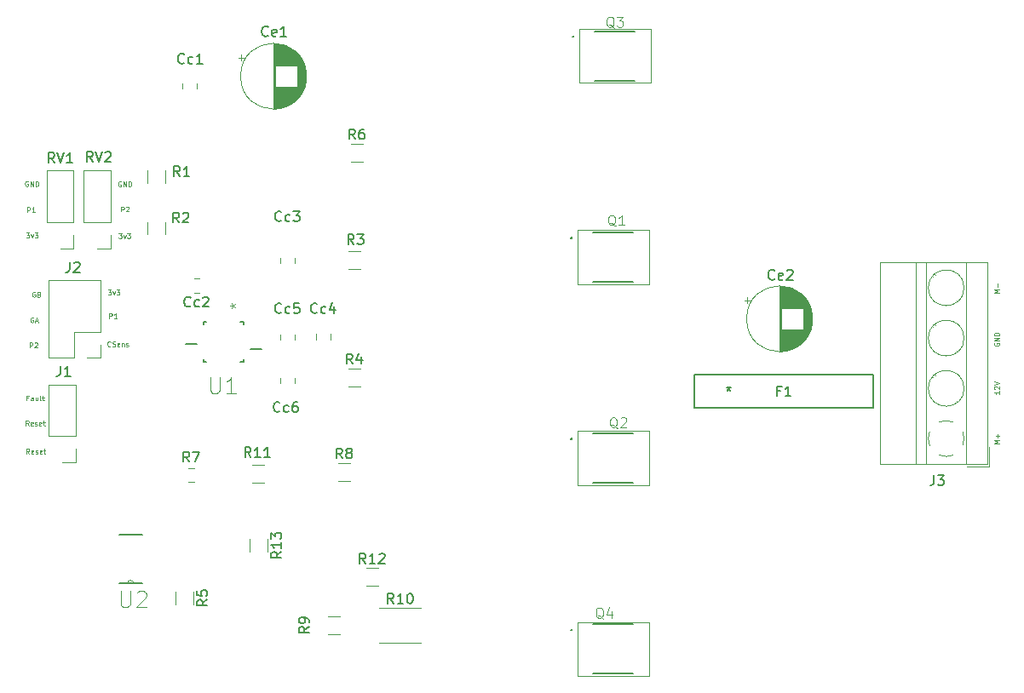
<source format=gbr>
G04 #@! TF.GenerationSoftware,KiCad,Pcbnew,(5.0.1)-4*
G04 #@! TF.CreationDate,2019-02-26T19:28:48-05:00*
G04 #@! TF.ProjectId,Capstone,43617073746F6E652E6B696361645F70,v01*
G04 #@! TF.SameCoordinates,Original*
G04 #@! TF.FileFunction,Legend,Top*
G04 #@! TF.FilePolarity,Positive*
%FSLAX46Y46*%
G04 Gerber Fmt 4.6, Leading zero omitted, Abs format (unit mm)*
G04 Created by KiCad (PCBNEW (5.0.1)-4) date 26/02/2019 7:28:48 PM*
%MOMM*%
%LPD*%
G01*
G04 APERTURE LIST*
%ADD10C,0.125000*%
%ADD11C,0.120000*%
%ADD12C,0.152400*%
%ADD13C,0.100000*%
%ADD14C,0.050000*%
%ADD15C,0.254000*%
%ADD16C,0.150000*%
G04 APERTURE END LIST*
D10*
X206760000Y-91566952D02*
X206736190Y-91614571D01*
X206736190Y-91686000D01*
X206760000Y-91757428D01*
X206807619Y-91805047D01*
X206855238Y-91828857D01*
X206950476Y-91852666D01*
X207021904Y-91852666D01*
X207117142Y-91828857D01*
X207164761Y-91805047D01*
X207212380Y-91757428D01*
X207236190Y-91686000D01*
X207236190Y-91638380D01*
X207212380Y-91566952D01*
X207188571Y-91543142D01*
X207021904Y-91543142D01*
X207021904Y-91638380D01*
X207236190Y-91328857D02*
X206736190Y-91328857D01*
X207236190Y-91043142D01*
X206736190Y-91043142D01*
X207236190Y-90805047D02*
X206736190Y-90805047D01*
X206736190Y-90686000D01*
X206760000Y-90614571D01*
X206807619Y-90566952D01*
X206855238Y-90543142D01*
X206950476Y-90519333D01*
X207021904Y-90519333D01*
X207117142Y-90543142D01*
X207164761Y-90566952D01*
X207212380Y-90614571D01*
X207236190Y-90686000D01*
X207236190Y-90805047D01*
X207236190Y-101568190D02*
X206736190Y-101568190D01*
X207093333Y-101401523D01*
X206736190Y-101234857D01*
X207236190Y-101234857D01*
X207045714Y-100996761D02*
X207045714Y-100615809D01*
X207236190Y-100806285D02*
X206855238Y-100806285D01*
X207236190Y-96321523D02*
X207236190Y-96607238D01*
X207236190Y-96464380D02*
X206736190Y-96464380D01*
X206807619Y-96512000D01*
X206855238Y-96559619D01*
X206879047Y-96607238D01*
X206783809Y-96131047D02*
X206760000Y-96107238D01*
X206736190Y-96059619D01*
X206736190Y-95940571D01*
X206760000Y-95892952D01*
X206783809Y-95869142D01*
X206831428Y-95845333D01*
X206879047Y-95845333D01*
X206950476Y-95869142D01*
X207236190Y-96154857D01*
X207236190Y-95845333D01*
X206736190Y-95702476D02*
X207236190Y-95535809D01*
X206736190Y-95369142D01*
X207236190Y-86582190D02*
X206736190Y-86582190D01*
X207093333Y-86415523D01*
X206736190Y-86248857D01*
X207236190Y-86248857D01*
X207045714Y-86010761D02*
X207045714Y-85629809D01*
X110836152Y-102562790D02*
X110669485Y-102324695D01*
X110550438Y-102562790D02*
X110550438Y-102062790D01*
X110740914Y-102062790D01*
X110788533Y-102086600D01*
X110812342Y-102110409D01*
X110836152Y-102158028D01*
X110836152Y-102229457D01*
X110812342Y-102277076D01*
X110788533Y-102300885D01*
X110740914Y-102324695D01*
X110550438Y-102324695D01*
X111240914Y-102538980D02*
X111193295Y-102562790D01*
X111098057Y-102562790D01*
X111050438Y-102538980D01*
X111026628Y-102491361D01*
X111026628Y-102300885D01*
X111050438Y-102253266D01*
X111098057Y-102229457D01*
X111193295Y-102229457D01*
X111240914Y-102253266D01*
X111264723Y-102300885D01*
X111264723Y-102348504D01*
X111026628Y-102396123D01*
X111455200Y-102538980D02*
X111502819Y-102562790D01*
X111598057Y-102562790D01*
X111645676Y-102538980D01*
X111669485Y-102491361D01*
X111669485Y-102467552D01*
X111645676Y-102419933D01*
X111598057Y-102396123D01*
X111526628Y-102396123D01*
X111479009Y-102372314D01*
X111455200Y-102324695D01*
X111455200Y-102300885D01*
X111479009Y-102253266D01*
X111526628Y-102229457D01*
X111598057Y-102229457D01*
X111645676Y-102253266D01*
X112074247Y-102538980D02*
X112026628Y-102562790D01*
X111931390Y-102562790D01*
X111883771Y-102538980D01*
X111859961Y-102491361D01*
X111859961Y-102300885D01*
X111883771Y-102253266D01*
X111931390Y-102229457D01*
X112026628Y-102229457D01*
X112074247Y-102253266D01*
X112098057Y-102300885D01*
X112098057Y-102348504D01*
X111859961Y-102396123D01*
X112240914Y-102229457D02*
X112431390Y-102229457D01*
X112312342Y-102062790D02*
X112312342Y-102491361D01*
X112336152Y-102538980D01*
X112383771Y-102562790D01*
X112431390Y-102562790D01*
X110785352Y-99768790D02*
X110618685Y-99530695D01*
X110499638Y-99768790D02*
X110499638Y-99268790D01*
X110690114Y-99268790D01*
X110737733Y-99292600D01*
X110761542Y-99316409D01*
X110785352Y-99364028D01*
X110785352Y-99435457D01*
X110761542Y-99483076D01*
X110737733Y-99506885D01*
X110690114Y-99530695D01*
X110499638Y-99530695D01*
X111190114Y-99744980D02*
X111142495Y-99768790D01*
X111047257Y-99768790D01*
X110999638Y-99744980D01*
X110975828Y-99697361D01*
X110975828Y-99506885D01*
X110999638Y-99459266D01*
X111047257Y-99435457D01*
X111142495Y-99435457D01*
X111190114Y-99459266D01*
X111213923Y-99506885D01*
X111213923Y-99554504D01*
X110975828Y-99602123D01*
X111404400Y-99744980D02*
X111452019Y-99768790D01*
X111547257Y-99768790D01*
X111594876Y-99744980D01*
X111618685Y-99697361D01*
X111618685Y-99673552D01*
X111594876Y-99625933D01*
X111547257Y-99602123D01*
X111475828Y-99602123D01*
X111428209Y-99578314D01*
X111404400Y-99530695D01*
X111404400Y-99506885D01*
X111428209Y-99459266D01*
X111475828Y-99435457D01*
X111547257Y-99435457D01*
X111594876Y-99459266D01*
X112023447Y-99744980D02*
X111975828Y-99768790D01*
X111880590Y-99768790D01*
X111832971Y-99744980D01*
X111809161Y-99697361D01*
X111809161Y-99506885D01*
X111832971Y-99459266D01*
X111880590Y-99435457D01*
X111975828Y-99435457D01*
X112023447Y-99459266D01*
X112047257Y-99506885D01*
X112047257Y-99554504D01*
X111809161Y-99602123D01*
X112190114Y-99435457D02*
X112380590Y-99435457D01*
X112261542Y-99268790D02*
X112261542Y-99697361D01*
X112285352Y-99744980D01*
X112332971Y-99768790D01*
X112380590Y-99768790D01*
X110749638Y-97017685D02*
X110582971Y-97017685D01*
X110582971Y-97279590D02*
X110582971Y-96779590D01*
X110821066Y-96779590D01*
X111225828Y-97279590D02*
X111225828Y-97017685D01*
X111202019Y-96970066D01*
X111154400Y-96946257D01*
X111059161Y-96946257D01*
X111011542Y-96970066D01*
X111225828Y-97255780D02*
X111178209Y-97279590D01*
X111059161Y-97279590D01*
X111011542Y-97255780D01*
X110987733Y-97208161D01*
X110987733Y-97160542D01*
X111011542Y-97112923D01*
X111059161Y-97089114D01*
X111178209Y-97089114D01*
X111225828Y-97065304D01*
X111678209Y-96946257D02*
X111678209Y-97279590D01*
X111463923Y-96946257D02*
X111463923Y-97208161D01*
X111487733Y-97255780D01*
X111535352Y-97279590D01*
X111606780Y-97279590D01*
X111654400Y-97255780D01*
X111678209Y-97231971D01*
X111987733Y-97279590D02*
X111940114Y-97255780D01*
X111916304Y-97208161D01*
X111916304Y-96779590D01*
X112106780Y-96946257D02*
X112297257Y-96946257D01*
X112178209Y-96779590D02*
X112178209Y-97208161D01*
X112202019Y-97255780D01*
X112249638Y-97279590D01*
X112297257Y-97279590D01*
X118907809Y-91847171D02*
X118884000Y-91870980D01*
X118812571Y-91894790D01*
X118764952Y-91894790D01*
X118693523Y-91870980D01*
X118645904Y-91823361D01*
X118622095Y-91775742D01*
X118598285Y-91680504D01*
X118598285Y-91609076D01*
X118622095Y-91513838D01*
X118645904Y-91466219D01*
X118693523Y-91418600D01*
X118764952Y-91394790D01*
X118812571Y-91394790D01*
X118884000Y-91418600D01*
X118907809Y-91442409D01*
X119098285Y-91870980D02*
X119169714Y-91894790D01*
X119288761Y-91894790D01*
X119336380Y-91870980D01*
X119360190Y-91847171D01*
X119384000Y-91799552D01*
X119384000Y-91751933D01*
X119360190Y-91704314D01*
X119336380Y-91680504D01*
X119288761Y-91656695D01*
X119193523Y-91632885D01*
X119145904Y-91609076D01*
X119122095Y-91585266D01*
X119098285Y-91537647D01*
X119098285Y-91490028D01*
X119122095Y-91442409D01*
X119145904Y-91418600D01*
X119193523Y-91394790D01*
X119312571Y-91394790D01*
X119384000Y-91418600D01*
X119788761Y-91870980D02*
X119741142Y-91894790D01*
X119645904Y-91894790D01*
X119598285Y-91870980D01*
X119574476Y-91823361D01*
X119574476Y-91632885D01*
X119598285Y-91585266D01*
X119645904Y-91561457D01*
X119741142Y-91561457D01*
X119788761Y-91585266D01*
X119812571Y-91632885D01*
X119812571Y-91680504D01*
X119574476Y-91728123D01*
X120026857Y-91561457D02*
X120026857Y-91894790D01*
X120026857Y-91609076D02*
X120050666Y-91585266D01*
X120098285Y-91561457D01*
X120169714Y-91561457D01*
X120217333Y-91585266D01*
X120241142Y-91632885D01*
X120241142Y-91894790D01*
X120455428Y-91870980D02*
X120503047Y-91894790D01*
X120598285Y-91894790D01*
X120645904Y-91870980D01*
X120669714Y-91823361D01*
X120669714Y-91799552D01*
X120645904Y-91751933D01*
X120598285Y-91728123D01*
X120526857Y-91728123D01*
X120479238Y-91704314D01*
X120455428Y-91656695D01*
X120455428Y-91632885D01*
X120479238Y-91585266D01*
X120526857Y-91561457D01*
X120598285Y-91561457D01*
X120645904Y-91585266D01*
X118782352Y-89100790D02*
X118782352Y-88600790D01*
X118972828Y-88600790D01*
X119020447Y-88624600D01*
X119044257Y-88648409D01*
X119068066Y-88696028D01*
X119068066Y-88767457D01*
X119044257Y-88815076D01*
X119020447Y-88838885D01*
X118972828Y-88862695D01*
X118782352Y-88862695D01*
X119544257Y-89100790D02*
X119258542Y-89100790D01*
X119401400Y-89100790D02*
X119401400Y-88600790D01*
X119353780Y-88672219D01*
X119306161Y-88719838D01*
X119258542Y-88743647D01*
X118632361Y-86263990D02*
X118941885Y-86263990D01*
X118775219Y-86454466D01*
X118846647Y-86454466D01*
X118894266Y-86478276D01*
X118918076Y-86502085D01*
X118941885Y-86549704D01*
X118941885Y-86668752D01*
X118918076Y-86716371D01*
X118894266Y-86740180D01*
X118846647Y-86763990D01*
X118703790Y-86763990D01*
X118656171Y-86740180D01*
X118632361Y-86716371D01*
X119108552Y-86430657D02*
X119227600Y-86763990D01*
X119346647Y-86430657D01*
X119489504Y-86263990D02*
X119799028Y-86263990D01*
X119632361Y-86454466D01*
X119703790Y-86454466D01*
X119751409Y-86478276D01*
X119775219Y-86502085D01*
X119799028Y-86549704D01*
X119799028Y-86668752D01*
X119775219Y-86716371D01*
X119751409Y-86740180D01*
X119703790Y-86763990D01*
X119560933Y-86763990D01*
X119513314Y-86740180D01*
X119489504Y-86716371D01*
X111412352Y-86491000D02*
X111364733Y-86467190D01*
X111293304Y-86467190D01*
X111221876Y-86491000D01*
X111174257Y-86538619D01*
X111150447Y-86586238D01*
X111126638Y-86681476D01*
X111126638Y-86752904D01*
X111150447Y-86848142D01*
X111174257Y-86895761D01*
X111221876Y-86943380D01*
X111293304Y-86967190D01*
X111340923Y-86967190D01*
X111412352Y-86943380D01*
X111436161Y-86919571D01*
X111436161Y-86752904D01*
X111340923Y-86752904D01*
X111817114Y-86705285D02*
X111888542Y-86729095D01*
X111912352Y-86752904D01*
X111936161Y-86800523D01*
X111936161Y-86871952D01*
X111912352Y-86919571D01*
X111888542Y-86943380D01*
X111840923Y-86967190D01*
X111650447Y-86967190D01*
X111650447Y-86467190D01*
X111817114Y-86467190D01*
X111864733Y-86491000D01*
X111888542Y-86514809D01*
X111912352Y-86562428D01*
X111912352Y-86610047D01*
X111888542Y-86657666D01*
X111864733Y-86681476D01*
X111817114Y-86705285D01*
X111650447Y-86705285D01*
X111219466Y-89031000D02*
X111171847Y-89007190D01*
X111100419Y-89007190D01*
X111028990Y-89031000D01*
X110981371Y-89078619D01*
X110957561Y-89126238D01*
X110933752Y-89221476D01*
X110933752Y-89292904D01*
X110957561Y-89388142D01*
X110981371Y-89435761D01*
X111028990Y-89483380D01*
X111100419Y-89507190D01*
X111148038Y-89507190D01*
X111219466Y-89483380D01*
X111243276Y-89459571D01*
X111243276Y-89292904D01*
X111148038Y-89292904D01*
X111433752Y-89364333D02*
X111671847Y-89364333D01*
X111386133Y-89507190D02*
X111552800Y-89007190D01*
X111719466Y-89507190D01*
X110882952Y-92021790D02*
X110882952Y-91521790D01*
X111073428Y-91521790D01*
X111121047Y-91545600D01*
X111144857Y-91569409D01*
X111168666Y-91617028D01*
X111168666Y-91688457D01*
X111144857Y-91736076D01*
X111121047Y-91759885D01*
X111073428Y-91783695D01*
X110882952Y-91783695D01*
X111359142Y-91569409D02*
X111382952Y-91545600D01*
X111430571Y-91521790D01*
X111549619Y-91521790D01*
X111597238Y-91545600D01*
X111621047Y-91569409D01*
X111644857Y-91617028D01*
X111644857Y-91664647D01*
X111621047Y-91736076D01*
X111335333Y-92021790D01*
X111644857Y-92021790D01*
X119699161Y-80625190D02*
X120008685Y-80625190D01*
X119842019Y-80815666D01*
X119913447Y-80815666D01*
X119961066Y-80839476D01*
X119984876Y-80863285D01*
X120008685Y-80910904D01*
X120008685Y-81029952D01*
X119984876Y-81077571D01*
X119961066Y-81101380D01*
X119913447Y-81125190D01*
X119770590Y-81125190D01*
X119722971Y-81101380D01*
X119699161Y-81077571D01*
X120175352Y-80791857D02*
X120294400Y-81125190D01*
X120413447Y-80791857D01*
X120556304Y-80625190D02*
X120865828Y-80625190D01*
X120699161Y-80815666D01*
X120770590Y-80815666D01*
X120818209Y-80839476D01*
X120842019Y-80863285D01*
X120865828Y-80910904D01*
X120865828Y-81029952D01*
X120842019Y-81077571D01*
X120818209Y-81101380D01*
X120770590Y-81125190D01*
X120627733Y-81125190D01*
X120580114Y-81101380D01*
X120556304Y-81077571D01*
X119976152Y-78483590D02*
X119976152Y-77983590D01*
X120166628Y-77983590D01*
X120214247Y-78007400D01*
X120238057Y-78031209D01*
X120261866Y-78078828D01*
X120261866Y-78150257D01*
X120238057Y-78197876D01*
X120214247Y-78221685D01*
X120166628Y-78245495D01*
X119976152Y-78245495D01*
X120452342Y-78031209D02*
X120476152Y-78007400D01*
X120523771Y-77983590D01*
X120642819Y-77983590D01*
X120690438Y-78007400D01*
X120714247Y-78031209D01*
X120738057Y-78078828D01*
X120738057Y-78126447D01*
X120714247Y-78197876D01*
X120428533Y-78483590D01*
X120738057Y-78483590D01*
X110504361Y-80599790D02*
X110813885Y-80599790D01*
X110647219Y-80790266D01*
X110718647Y-80790266D01*
X110766266Y-80814076D01*
X110790076Y-80837885D01*
X110813885Y-80885504D01*
X110813885Y-81004552D01*
X110790076Y-81052171D01*
X110766266Y-81075980D01*
X110718647Y-81099790D01*
X110575790Y-81099790D01*
X110528171Y-81075980D01*
X110504361Y-81052171D01*
X110980552Y-80766457D02*
X111099600Y-81099790D01*
X111218647Y-80766457D01*
X111361504Y-80599790D02*
X111671028Y-80599790D01*
X111504361Y-80790266D01*
X111575790Y-80790266D01*
X111623409Y-80814076D01*
X111647219Y-80837885D01*
X111671028Y-80885504D01*
X111671028Y-81004552D01*
X111647219Y-81052171D01*
X111623409Y-81075980D01*
X111575790Y-81099790D01*
X111432933Y-81099790D01*
X111385314Y-81075980D01*
X111361504Y-81052171D01*
X110628952Y-78559790D02*
X110628952Y-78059790D01*
X110819428Y-78059790D01*
X110867047Y-78083600D01*
X110890857Y-78107409D01*
X110914666Y-78155028D01*
X110914666Y-78226457D01*
X110890857Y-78274076D01*
X110867047Y-78297885D01*
X110819428Y-78321695D01*
X110628952Y-78321695D01*
X111390857Y-78559790D02*
X111105142Y-78559790D01*
X111248000Y-78559790D02*
X111248000Y-78059790D01*
X111200380Y-78131219D01*
X111152761Y-78178838D01*
X111105142Y-78202647D01*
X119938847Y-75518200D02*
X119891228Y-75494390D01*
X119819800Y-75494390D01*
X119748371Y-75518200D01*
X119700752Y-75565819D01*
X119676942Y-75613438D01*
X119653133Y-75708676D01*
X119653133Y-75780104D01*
X119676942Y-75875342D01*
X119700752Y-75922961D01*
X119748371Y-75970580D01*
X119819800Y-75994390D01*
X119867419Y-75994390D01*
X119938847Y-75970580D01*
X119962657Y-75946771D01*
X119962657Y-75780104D01*
X119867419Y-75780104D01*
X120176942Y-75994390D02*
X120176942Y-75494390D01*
X120462657Y-75994390D01*
X120462657Y-75494390D01*
X120700752Y-75994390D02*
X120700752Y-75494390D01*
X120819800Y-75494390D01*
X120891228Y-75518200D01*
X120938847Y-75565819D01*
X120962657Y-75613438D01*
X120986466Y-75708676D01*
X120986466Y-75780104D01*
X120962657Y-75875342D01*
X120938847Y-75922961D01*
X120891228Y-75970580D01*
X120819800Y-75994390D01*
X120700752Y-75994390D01*
X110693247Y-75492800D02*
X110645628Y-75468990D01*
X110574200Y-75468990D01*
X110502771Y-75492800D01*
X110455152Y-75540419D01*
X110431342Y-75588038D01*
X110407533Y-75683276D01*
X110407533Y-75754704D01*
X110431342Y-75849942D01*
X110455152Y-75897561D01*
X110502771Y-75945180D01*
X110574200Y-75968990D01*
X110621819Y-75968990D01*
X110693247Y-75945180D01*
X110717057Y-75921371D01*
X110717057Y-75754704D01*
X110621819Y-75754704D01*
X110931342Y-75968990D02*
X110931342Y-75468990D01*
X111217057Y-75968990D01*
X111217057Y-75468990D01*
X111455152Y-75968990D02*
X111455152Y-75468990D01*
X111574200Y-75468990D01*
X111645628Y-75492800D01*
X111693247Y-75540419D01*
X111717057Y-75588038D01*
X111740866Y-75683276D01*
X111740866Y-75754704D01*
X111717057Y-75849942D01*
X111693247Y-75897561D01*
X111645628Y-75945180D01*
X111574200Y-75968990D01*
X111455152Y-75968990D01*
D11*
G04 #@! TO.C,Ce2*
X182214759Y-87000000D02*
X182214759Y-87630000D01*
X181899759Y-87315000D02*
X182529759Y-87315000D01*
X188641000Y-88752000D02*
X188641000Y-89556000D01*
X188601000Y-88521000D02*
X188601000Y-89787000D01*
X188561000Y-88352000D02*
X188561000Y-89956000D01*
X188521000Y-88214000D02*
X188521000Y-90094000D01*
X188481000Y-88095000D02*
X188481000Y-90213000D01*
X188441000Y-87989000D02*
X188441000Y-90319000D01*
X188401000Y-87892000D02*
X188401000Y-90416000D01*
X188361000Y-87804000D02*
X188361000Y-90504000D01*
X188321000Y-87722000D02*
X188321000Y-90586000D01*
X188281000Y-87645000D02*
X188281000Y-90663000D01*
X188241000Y-87573000D02*
X188241000Y-90735000D01*
X188201000Y-87504000D02*
X188201000Y-90804000D01*
X188161000Y-87440000D02*
X188161000Y-90868000D01*
X188121000Y-87378000D02*
X188121000Y-90930000D01*
X188081000Y-87320000D02*
X188081000Y-90988000D01*
X188041000Y-87264000D02*
X188041000Y-91044000D01*
X188001000Y-87210000D02*
X188001000Y-91098000D01*
X187961000Y-87159000D02*
X187961000Y-91149000D01*
X187921000Y-87110000D02*
X187921000Y-91198000D01*
X187881000Y-87062000D02*
X187881000Y-91246000D01*
X187841000Y-87017000D02*
X187841000Y-91291000D01*
X187801000Y-86972000D02*
X187801000Y-91336000D01*
X187761000Y-86930000D02*
X187761000Y-91378000D01*
X187721000Y-86889000D02*
X187721000Y-91419000D01*
X187681000Y-90194000D02*
X187681000Y-91459000D01*
X187681000Y-86849000D02*
X187681000Y-88114000D01*
X187641000Y-90194000D02*
X187641000Y-91497000D01*
X187641000Y-86811000D02*
X187641000Y-88114000D01*
X187601000Y-90194000D02*
X187601000Y-91534000D01*
X187601000Y-86774000D02*
X187601000Y-88114000D01*
X187561000Y-90194000D02*
X187561000Y-91570000D01*
X187561000Y-86738000D02*
X187561000Y-88114000D01*
X187521000Y-90194000D02*
X187521000Y-91604000D01*
X187521000Y-86704000D02*
X187521000Y-88114000D01*
X187481000Y-90194000D02*
X187481000Y-91638000D01*
X187481000Y-86670000D02*
X187481000Y-88114000D01*
X187441000Y-90194000D02*
X187441000Y-91670000D01*
X187441000Y-86638000D02*
X187441000Y-88114000D01*
X187401000Y-90194000D02*
X187401000Y-91702000D01*
X187401000Y-86606000D02*
X187401000Y-88114000D01*
X187361000Y-90194000D02*
X187361000Y-91732000D01*
X187361000Y-86576000D02*
X187361000Y-88114000D01*
X187321000Y-90194000D02*
X187321000Y-91761000D01*
X187321000Y-86547000D02*
X187321000Y-88114000D01*
X187281000Y-90194000D02*
X187281000Y-91790000D01*
X187281000Y-86518000D02*
X187281000Y-88114000D01*
X187241000Y-90194000D02*
X187241000Y-91818000D01*
X187241000Y-86490000D02*
X187241000Y-88114000D01*
X187201000Y-90194000D02*
X187201000Y-91844000D01*
X187201000Y-86464000D02*
X187201000Y-88114000D01*
X187161000Y-90194000D02*
X187161000Y-91870000D01*
X187161000Y-86438000D02*
X187161000Y-88114000D01*
X187121000Y-90194000D02*
X187121000Y-91896000D01*
X187121000Y-86412000D02*
X187121000Y-88114000D01*
X187081000Y-90194000D02*
X187081000Y-91920000D01*
X187081000Y-86388000D02*
X187081000Y-88114000D01*
X187041000Y-90194000D02*
X187041000Y-91944000D01*
X187041000Y-86364000D02*
X187041000Y-88114000D01*
X187001000Y-90194000D02*
X187001000Y-91966000D01*
X187001000Y-86342000D02*
X187001000Y-88114000D01*
X186961000Y-90194000D02*
X186961000Y-91988000D01*
X186961000Y-86320000D02*
X186961000Y-88114000D01*
X186921000Y-90194000D02*
X186921000Y-92010000D01*
X186921000Y-86298000D02*
X186921000Y-88114000D01*
X186881000Y-90194000D02*
X186881000Y-92030000D01*
X186881000Y-86278000D02*
X186881000Y-88114000D01*
X186841000Y-90194000D02*
X186841000Y-92050000D01*
X186841000Y-86258000D02*
X186841000Y-88114000D01*
X186801000Y-90194000D02*
X186801000Y-92070000D01*
X186801000Y-86238000D02*
X186801000Y-88114000D01*
X186761000Y-90194000D02*
X186761000Y-92088000D01*
X186761000Y-86220000D02*
X186761000Y-88114000D01*
X186721000Y-90194000D02*
X186721000Y-92106000D01*
X186721000Y-86202000D02*
X186721000Y-88114000D01*
X186681000Y-90194000D02*
X186681000Y-92124000D01*
X186681000Y-86184000D02*
X186681000Y-88114000D01*
X186641000Y-90194000D02*
X186641000Y-92140000D01*
X186641000Y-86168000D02*
X186641000Y-88114000D01*
X186601000Y-90194000D02*
X186601000Y-92156000D01*
X186601000Y-86152000D02*
X186601000Y-88114000D01*
X186561000Y-90194000D02*
X186561000Y-92172000D01*
X186561000Y-86136000D02*
X186561000Y-88114000D01*
X186521000Y-90194000D02*
X186521000Y-92187000D01*
X186521000Y-86121000D02*
X186521000Y-88114000D01*
X186481000Y-90194000D02*
X186481000Y-92201000D01*
X186481000Y-86107000D02*
X186481000Y-88114000D01*
X186441000Y-90194000D02*
X186441000Y-92215000D01*
X186441000Y-86093000D02*
X186441000Y-88114000D01*
X186401000Y-90194000D02*
X186401000Y-92228000D01*
X186401000Y-86080000D02*
X186401000Y-88114000D01*
X186361000Y-90194000D02*
X186361000Y-92240000D01*
X186361000Y-86068000D02*
X186361000Y-88114000D01*
X186321000Y-90194000D02*
X186321000Y-92252000D01*
X186321000Y-86056000D02*
X186321000Y-88114000D01*
X186281000Y-90194000D02*
X186281000Y-92264000D01*
X186281000Y-86044000D02*
X186281000Y-88114000D01*
X186241000Y-90194000D02*
X186241000Y-92275000D01*
X186241000Y-86033000D02*
X186241000Y-88114000D01*
X186201000Y-90194000D02*
X186201000Y-92285000D01*
X186201000Y-86023000D02*
X186201000Y-88114000D01*
X186161000Y-90194000D02*
X186161000Y-92295000D01*
X186161000Y-86013000D02*
X186161000Y-88114000D01*
X186121000Y-90194000D02*
X186121000Y-92304000D01*
X186121000Y-86004000D02*
X186121000Y-88114000D01*
X186080000Y-90194000D02*
X186080000Y-92313000D01*
X186080000Y-85995000D02*
X186080000Y-88114000D01*
X186040000Y-90194000D02*
X186040000Y-92321000D01*
X186040000Y-85987000D02*
X186040000Y-88114000D01*
X186000000Y-90194000D02*
X186000000Y-92329000D01*
X186000000Y-85979000D02*
X186000000Y-88114000D01*
X185960000Y-90194000D02*
X185960000Y-92336000D01*
X185960000Y-85972000D02*
X185960000Y-88114000D01*
X185920000Y-90194000D02*
X185920000Y-92343000D01*
X185920000Y-85965000D02*
X185920000Y-88114000D01*
X185880000Y-90194000D02*
X185880000Y-92349000D01*
X185880000Y-85959000D02*
X185880000Y-88114000D01*
X185840000Y-90194000D02*
X185840000Y-92355000D01*
X185840000Y-85953000D02*
X185840000Y-88114000D01*
X185800000Y-90194000D02*
X185800000Y-92360000D01*
X185800000Y-85948000D02*
X185800000Y-88114000D01*
X185760000Y-90194000D02*
X185760000Y-92365000D01*
X185760000Y-85943000D02*
X185760000Y-88114000D01*
X185720000Y-90194000D02*
X185720000Y-92369000D01*
X185720000Y-85939000D02*
X185720000Y-88114000D01*
X185680000Y-90194000D02*
X185680000Y-92372000D01*
X185680000Y-85936000D02*
X185680000Y-88114000D01*
X185640000Y-90194000D02*
X185640000Y-92376000D01*
X185640000Y-85932000D02*
X185640000Y-88114000D01*
X185600000Y-85930000D02*
X185600000Y-92378000D01*
X185560000Y-85927000D02*
X185560000Y-92381000D01*
X185520000Y-85926000D02*
X185520000Y-92382000D01*
X185480000Y-85924000D02*
X185480000Y-92384000D01*
X185440000Y-85924000D02*
X185440000Y-92384000D01*
X185400000Y-85924000D02*
X185400000Y-92384000D01*
X188670000Y-89154000D02*
G75*
G03X188670000Y-89154000I-3270000J0D01*
G01*
G04 #@! TO.C,J2*
X117919420Y-85301780D02*
X112719420Y-85301780D01*
X117919420Y-90441780D02*
X117919420Y-85301780D01*
X112719420Y-93041780D02*
X112719420Y-85301780D01*
X117919420Y-90441780D02*
X115319420Y-90441780D01*
X115319420Y-90441780D02*
X115319420Y-93041780D01*
X115319420Y-93041780D02*
X112719420Y-93041780D01*
X117919420Y-91711780D02*
X117919420Y-93041780D01*
X117919420Y-93041780D02*
X116589420Y-93041780D01*
G04 #@! TO.C,Cc3*
X135760000Y-83131922D02*
X135760000Y-83649078D01*
X137180000Y-83131922D02*
X137180000Y-83649078D01*
G04 #@! TO.C,Cc4*
X140736000Y-91190578D02*
X140736000Y-90673422D01*
X139316000Y-91190578D02*
X139316000Y-90673422D01*
G04 #@! TO.C,Cc5*
X137180000Y-91269078D02*
X137180000Y-90751922D01*
X135760000Y-91269078D02*
X135760000Y-90751922D01*
G04 #@! TO.C,Ce1*
X131922759Y-62870000D02*
X131922759Y-63500000D01*
X131607759Y-63185000D02*
X132237759Y-63185000D01*
X138349000Y-64622000D02*
X138349000Y-65426000D01*
X138309000Y-64391000D02*
X138309000Y-65657000D01*
X138269000Y-64222000D02*
X138269000Y-65826000D01*
X138229000Y-64084000D02*
X138229000Y-65964000D01*
X138189000Y-63965000D02*
X138189000Y-66083000D01*
X138149000Y-63859000D02*
X138149000Y-66189000D01*
X138109000Y-63762000D02*
X138109000Y-66286000D01*
X138069000Y-63674000D02*
X138069000Y-66374000D01*
X138029000Y-63592000D02*
X138029000Y-66456000D01*
X137989000Y-63515000D02*
X137989000Y-66533000D01*
X137949000Y-63443000D02*
X137949000Y-66605000D01*
X137909000Y-63374000D02*
X137909000Y-66674000D01*
X137869000Y-63310000D02*
X137869000Y-66738000D01*
X137829000Y-63248000D02*
X137829000Y-66800000D01*
X137789000Y-63190000D02*
X137789000Y-66858000D01*
X137749000Y-63134000D02*
X137749000Y-66914000D01*
X137709000Y-63080000D02*
X137709000Y-66968000D01*
X137669000Y-63029000D02*
X137669000Y-67019000D01*
X137629000Y-62980000D02*
X137629000Y-67068000D01*
X137589000Y-62932000D02*
X137589000Y-67116000D01*
X137549000Y-62887000D02*
X137549000Y-67161000D01*
X137509000Y-62842000D02*
X137509000Y-67206000D01*
X137469000Y-62800000D02*
X137469000Y-67248000D01*
X137429000Y-62759000D02*
X137429000Y-67289000D01*
X137389000Y-66064000D02*
X137389000Y-67329000D01*
X137389000Y-62719000D02*
X137389000Y-63984000D01*
X137349000Y-66064000D02*
X137349000Y-67367000D01*
X137349000Y-62681000D02*
X137349000Y-63984000D01*
X137309000Y-66064000D02*
X137309000Y-67404000D01*
X137309000Y-62644000D02*
X137309000Y-63984000D01*
X137269000Y-66064000D02*
X137269000Y-67440000D01*
X137269000Y-62608000D02*
X137269000Y-63984000D01*
X137229000Y-66064000D02*
X137229000Y-67474000D01*
X137229000Y-62574000D02*
X137229000Y-63984000D01*
X137189000Y-66064000D02*
X137189000Y-67508000D01*
X137189000Y-62540000D02*
X137189000Y-63984000D01*
X137149000Y-66064000D02*
X137149000Y-67540000D01*
X137149000Y-62508000D02*
X137149000Y-63984000D01*
X137109000Y-66064000D02*
X137109000Y-67572000D01*
X137109000Y-62476000D02*
X137109000Y-63984000D01*
X137069000Y-66064000D02*
X137069000Y-67602000D01*
X137069000Y-62446000D02*
X137069000Y-63984000D01*
X137029000Y-66064000D02*
X137029000Y-67631000D01*
X137029000Y-62417000D02*
X137029000Y-63984000D01*
X136989000Y-66064000D02*
X136989000Y-67660000D01*
X136989000Y-62388000D02*
X136989000Y-63984000D01*
X136949000Y-66064000D02*
X136949000Y-67688000D01*
X136949000Y-62360000D02*
X136949000Y-63984000D01*
X136909000Y-66064000D02*
X136909000Y-67714000D01*
X136909000Y-62334000D02*
X136909000Y-63984000D01*
X136869000Y-66064000D02*
X136869000Y-67740000D01*
X136869000Y-62308000D02*
X136869000Y-63984000D01*
X136829000Y-66064000D02*
X136829000Y-67766000D01*
X136829000Y-62282000D02*
X136829000Y-63984000D01*
X136789000Y-66064000D02*
X136789000Y-67790000D01*
X136789000Y-62258000D02*
X136789000Y-63984000D01*
X136749000Y-66064000D02*
X136749000Y-67814000D01*
X136749000Y-62234000D02*
X136749000Y-63984000D01*
X136709000Y-66064000D02*
X136709000Y-67836000D01*
X136709000Y-62212000D02*
X136709000Y-63984000D01*
X136669000Y-66064000D02*
X136669000Y-67858000D01*
X136669000Y-62190000D02*
X136669000Y-63984000D01*
X136629000Y-66064000D02*
X136629000Y-67880000D01*
X136629000Y-62168000D02*
X136629000Y-63984000D01*
X136589000Y-66064000D02*
X136589000Y-67900000D01*
X136589000Y-62148000D02*
X136589000Y-63984000D01*
X136549000Y-66064000D02*
X136549000Y-67920000D01*
X136549000Y-62128000D02*
X136549000Y-63984000D01*
X136509000Y-66064000D02*
X136509000Y-67940000D01*
X136509000Y-62108000D02*
X136509000Y-63984000D01*
X136469000Y-66064000D02*
X136469000Y-67958000D01*
X136469000Y-62090000D02*
X136469000Y-63984000D01*
X136429000Y-66064000D02*
X136429000Y-67976000D01*
X136429000Y-62072000D02*
X136429000Y-63984000D01*
X136389000Y-66064000D02*
X136389000Y-67994000D01*
X136389000Y-62054000D02*
X136389000Y-63984000D01*
X136349000Y-66064000D02*
X136349000Y-68010000D01*
X136349000Y-62038000D02*
X136349000Y-63984000D01*
X136309000Y-66064000D02*
X136309000Y-68026000D01*
X136309000Y-62022000D02*
X136309000Y-63984000D01*
X136269000Y-66064000D02*
X136269000Y-68042000D01*
X136269000Y-62006000D02*
X136269000Y-63984000D01*
X136229000Y-66064000D02*
X136229000Y-68057000D01*
X136229000Y-61991000D02*
X136229000Y-63984000D01*
X136189000Y-66064000D02*
X136189000Y-68071000D01*
X136189000Y-61977000D02*
X136189000Y-63984000D01*
X136149000Y-66064000D02*
X136149000Y-68085000D01*
X136149000Y-61963000D02*
X136149000Y-63984000D01*
X136109000Y-66064000D02*
X136109000Y-68098000D01*
X136109000Y-61950000D02*
X136109000Y-63984000D01*
X136069000Y-66064000D02*
X136069000Y-68110000D01*
X136069000Y-61938000D02*
X136069000Y-63984000D01*
X136029000Y-66064000D02*
X136029000Y-68122000D01*
X136029000Y-61926000D02*
X136029000Y-63984000D01*
X135989000Y-66064000D02*
X135989000Y-68134000D01*
X135989000Y-61914000D02*
X135989000Y-63984000D01*
X135949000Y-66064000D02*
X135949000Y-68145000D01*
X135949000Y-61903000D02*
X135949000Y-63984000D01*
X135909000Y-66064000D02*
X135909000Y-68155000D01*
X135909000Y-61893000D02*
X135909000Y-63984000D01*
X135869000Y-66064000D02*
X135869000Y-68165000D01*
X135869000Y-61883000D02*
X135869000Y-63984000D01*
X135829000Y-66064000D02*
X135829000Y-68174000D01*
X135829000Y-61874000D02*
X135829000Y-63984000D01*
X135788000Y-66064000D02*
X135788000Y-68183000D01*
X135788000Y-61865000D02*
X135788000Y-63984000D01*
X135748000Y-66064000D02*
X135748000Y-68191000D01*
X135748000Y-61857000D02*
X135748000Y-63984000D01*
X135708000Y-66064000D02*
X135708000Y-68199000D01*
X135708000Y-61849000D02*
X135708000Y-63984000D01*
X135668000Y-66064000D02*
X135668000Y-68206000D01*
X135668000Y-61842000D02*
X135668000Y-63984000D01*
X135628000Y-66064000D02*
X135628000Y-68213000D01*
X135628000Y-61835000D02*
X135628000Y-63984000D01*
X135588000Y-66064000D02*
X135588000Y-68219000D01*
X135588000Y-61829000D02*
X135588000Y-63984000D01*
X135548000Y-66064000D02*
X135548000Y-68225000D01*
X135548000Y-61823000D02*
X135548000Y-63984000D01*
X135508000Y-66064000D02*
X135508000Y-68230000D01*
X135508000Y-61818000D02*
X135508000Y-63984000D01*
X135468000Y-66064000D02*
X135468000Y-68235000D01*
X135468000Y-61813000D02*
X135468000Y-63984000D01*
X135428000Y-66064000D02*
X135428000Y-68239000D01*
X135428000Y-61809000D02*
X135428000Y-63984000D01*
X135388000Y-66064000D02*
X135388000Y-68242000D01*
X135388000Y-61806000D02*
X135388000Y-63984000D01*
X135348000Y-66064000D02*
X135348000Y-68246000D01*
X135348000Y-61802000D02*
X135348000Y-63984000D01*
X135308000Y-61800000D02*
X135308000Y-68248000D01*
X135268000Y-61797000D02*
X135268000Y-68251000D01*
X135228000Y-61796000D02*
X135228000Y-68252000D01*
X135188000Y-61794000D02*
X135188000Y-68254000D01*
X135148000Y-61794000D02*
X135148000Y-68254000D01*
X135108000Y-61794000D02*
X135108000Y-68254000D01*
X138378000Y-65024000D02*
G75*
G03X138378000Y-65024000I-3270000J0D01*
G01*
D12*
G04 #@! TO.C,U1*
X132837800Y-92202000D02*
X133879200Y-92202000D01*
X127453000Y-91694000D02*
X126411600Y-91694000D01*
X131820000Y-93440000D02*
X132120000Y-93440000D01*
X128120000Y-93140000D02*
X128120000Y-93440000D01*
X128420000Y-89440000D02*
X128120000Y-89440000D01*
X132120000Y-89740000D02*
X132120000Y-89440000D01*
X128120000Y-89440000D02*
X128120000Y-89740000D01*
X128120000Y-93440000D02*
X128420000Y-93440000D01*
X132120000Y-93440000D02*
X132120000Y-93140000D01*
X132120000Y-89440000D02*
X131820000Y-89440000D01*
D11*
G04 #@! TO.C,R1*
X124349800Y-75611264D02*
X124349800Y-74407136D01*
X122529800Y-75611264D02*
X122529800Y-74407136D01*
G04 #@! TO.C,R2*
X122529800Y-80716664D02*
X122529800Y-79512536D01*
X124349800Y-80716664D02*
X124349800Y-79512536D01*
G04 #@! TO.C,R3*
X142523936Y-82402000D02*
X143728064Y-82402000D01*
X142523936Y-84222000D02*
X143728064Y-84222000D01*
G04 #@! TO.C,R4*
X142529936Y-95906000D02*
X143734064Y-95906000D01*
X142529936Y-94086000D02*
X143734064Y-94086000D01*
G04 #@! TO.C,R6*
X142777936Y-71734000D02*
X143982064Y-71734000D01*
X142777936Y-73554000D02*
X143982064Y-73554000D01*
G04 #@! TO.C,R9*
X141696064Y-118724000D02*
X140491936Y-118724000D01*
X141696064Y-120544000D02*
X140491936Y-120544000D01*
G04 #@! TO.C,R11*
X132973536Y-105456400D02*
X134177664Y-105456400D01*
X132973536Y-103636400D02*
X134177664Y-103636400D01*
G04 #@! TO.C,RV1*
X115227020Y-74412800D02*
X112567020Y-74412800D01*
X115227020Y-79552800D02*
X115227020Y-74412800D01*
X112567020Y-79552800D02*
X112567020Y-74412800D01*
X115227020Y-79552800D02*
X112567020Y-79552800D01*
X115227020Y-80822800D02*
X115227020Y-82152800D01*
X115227020Y-82152800D02*
X113897020Y-82152800D01*
G04 #@! TO.C,Cc1*
X126036000Y-65702922D02*
X126036000Y-66220078D01*
X127456000Y-65702922D02*
X127456000Y-66220078D01*
G04 #@! TO.C,Cc2*
X127708578Y-86562000D02*
X127191422Y-86562000D01*
X127708578Y-85142000D02*
X127191422Y-85142000D01*
G04 #@! TO.C,Cc6*
X135760000Y-95587078D02*
X135760000Y-95069922D01*
X137180000Y-95587078D02*
X137180000Y-95069922D01*
G04 #@! TO.C,R10*
X145627936Y-117924000D02*
X149732064Y-117924000D01*
X145627936Y-121344000D02*
X149732064Y-121344000D01*
G04 #@! TO.C,R12*
X145506064Y-115718000D02*
X144301936Y-115718000D01*
X145506064Y-113898000D02*
X144301936Y-113898000D01*
G04 #@! TO.C,RV2*
X118902400Y-74412800D02*
X116242400Y-74412800D01*
X118902400Y-79552800D02*
X118902400Y-74412800D01*
X116242400Y-79552800D02*
X116242400Y-74412800D01*
X118902400Y-79552800D02*
X116242400Y-79552800D01*
X118902400Y-80822800D02*
X118902400Y-82152800D01*
X118902400Y-82152800D02*
X117572400Y-82152800D01*
D13*
G04 #@! TO.C,U2*
X120599200Y-115468400D02*
G75*
G02X121208800Y-115468400I304800J0D01*
G01*
D12*
X121208800Y-115468400D02*
X122072400Y-115468400D01*
X120599200Y-115468400D02*
X121208800Y-115468400D01*
X119735600Y-115468400D02*
X120599200Y-115468400D01*
X122072400Y-110591600D02*
X119735600Y-110591600D01*
G04 #@! TO.C,F1*
X194691000Y-94742000D02*
X176911000Y-94742000D01*
X176911000Y-94742000D02*
X176911000Y-98044000D01*
X176911000Y-98044000D02*
X194691000Y-98044000D01*
X194691000Y-98044000D02*
X194691000Y-94742000D01*
D11*
G04 #@! TO.C,J1*
X115448000Y-95698000D02*
X112788000Y-95698000D01*
X115448000Y-100838000D02*
X115448000Y-95698000D01*
X112788000Y-100838000D02*
X112788000Y-95698000D01*
X115448000Y-100838000D02*
X112788000Y-100838000D01*
X115448000Y-102108000D02*
X115448000Y-103438000D01*
X115448000Y-103438000D02*
X114118000Y-103438000D01*
G04 #@! TO.C,J3*
X203593899Y-100371099D02*
G75*
G02X203735400Y-101066600I-1638499J-695501D01*
G01*
X201259884Y-99427395D02*
G75*
G02X202651400Y-99427600I695516J-1639205D01*
G01*
X200316195Y-101762116D02*
G75*
G02X200316400Y-100370600I1639205J695516D01*
G01*
X202650916Y-102705805D02*
G75*
G02X201259400Y-102705600I-695516J1639205D01*
G01*
X203735789Y-101035786D02*
G75*
G02X203594400Y-101762600I-1780389J-30814D01*
G01*
X203735400Y-96066600D02*
G75*
G03X203735400Y-96066600I-1780000J0D01*
G01*
X203735400Y-91066600D02*
G75*
G03X203735400Y-91066600I-1780000J0D01*
G01*
X203735400Y-86066600D02*
G75*
G03X203735400Y-86066600I-1780000J0D01*
G01*
X203955400Y-103626600D02*
X203955400Y-83505600D01*
X199955400Y-103626600D02*
X199955400Y-83505600D01*
X198955400Y-103626600D02*
X198955400Y-83505600D01*
X195395400Y-103626600D02*
X195395400Y-83505600D01*
X206015400Y-103626600D02*
X206015400Y-83505600D01*
X195395400Y-103626600D02*
X206015400Y-103626600D01*
X195395400Y-83505600D02*
X206015400Y-83505600D01*
X200822400Y-94716600D02*
X200872400Y-94765600D01*
X203280400Y-97174600D02*
X203305400Y-97198600D01*
X200605400Y-94933600D02*
X200629400Y-94958600D01*
X203038400Y-97366600D02*
X203088400Y-97416600D01*
X200822400Y-89716600D02*
X200872400Y-89765600D01*
X203280400Y-92174600D02*
X203305400Y-92198600D01*
X200605400Y-89933600D02*
X200629400Y-89958600D01*
X203038400Y-92366600D02*
X203088400Y-92416600D01*
X200822400Y-84716600D02*
X200872400Y-84765600D01*
X203280400Y-87174600D02*
X203305400Y-87198600D01*
X200605400Y-84933600D02*
X200629400Y-84958600D01*
X203038400Y-87366600D02*
X203088400Y-87416600D01*
X204015400Y-103866600D02*
X206255400Y-103866600D01*
X206255400Y-103866600D02*
X206255400Y-101866600D01*
G04 #@! TO.C,R7*
X127184678Y-105408800D02*
X126667522Y-105408800D01*
X127184678Y-103988800D02*
X126667522Y-103988800D01*
G04 #@! TO.C,R8*
X141507936Y-103484000D02*
X142712064Y-103484000D01*
X141507936Y-105304000D02*
X142712064Y-105304000D01*
D12*
G04 #@! TO.C,Q1*
X166845000Y-80550000D02*
X170850000Y-80550000D01*
X166850000Y-85450000D02*
X170850000Y-85450000D01*
D14*
X165295000Y-85700000D02*
X165295000Y-80300000D01*
X165295000Y-80300000D02*
X172405000Y-80300000D01*
X172405000Y-80300000D02*
X172405000Y-85700000D01*
X172405000Y-85700000D02*
X165295000Y-85700000D01*
D15*
X164716220Y-81100000D02*
G75*
G03X164716220Y-81100000I-56220J0D01*
G01*
G04 #@! TO.C,Q2*
X164716220Y-101100000D02*
G75*
G03X164716220Y-101100000I-56220J0D01*
G01*
D14*
X172405000Y-105700000D02*
X165295000Y-105700000D01*
X172405000Y-100300000D02*
X172405000Y-105700000D01*
X165295000Y-100300000D02*
X172405000Y-100300000D01*
X165295000Y-105700000D02*
X165295000Y-100300000D01*
D12*
X166850000Y-105450000D02*
X170850000Y-105450000D01*
X166845000Y-100550000D02*
X170850000Y-100550000D01*
G04 #@! TO.C,Q3*
X167005000Y-60550000D02*
X171010000Y-60550000D01*
X167010000Y-65450000D02*
X171010000Y-65450000D01*
D14*
X165455000Y-65700000D02*
X165455000Y-60300000D01*
X165455000Y-60300000D02*
X172565000Y-60300000D01*
X172565000Y-60300000D02*
X172565000Y-65700000D01*
X172565000Y-65700000D02*
X165455000Y-65700000D01*
D15*
X164876220Y-61100000D02*
G75*
G03X164876220Y-61100000I-56220J0D01*
G01*
G04 #@! TO.C,Q4*
X164716220Y-120100000D02*
G75*
G03X164716220Y-120100000I-56220J0D01*
G01*
D14*
X172405000Y-124700000D02*
X165295000Y-124700000D01*
X172405000Y-119300000D02*
X172405000Y-124700000D01*
X165295000Y-119300000D02*
X172405000Y-119300000D01*
X165295000Y-124700000D02*
X165295000Y-119300000D01*
D12*
X166850000Y-124450000D02*
X170850000Y-124450000D01*
X166845000Y-119550000D02*
X170850000Y-119550000D01*
D11*
G04 #@! TO.C,R5*
X127148000Y-116316436D02*
X127148000Y-117520564D01*
X125328000Y-116316436D02*
X125328000Y-117520564D01*
G04 #@! TO.C,R13*
X132694000Y-111079436D02*
X132694000Y-112283564D01*
X134514000Y-111079436D02*
X134514000Y-112283564D01*
G04 #@! TO.C,*
D16*
G04 #@! TO.C,Ce2*
X184900961Y-85167742D02*
X184853342Y-85215361D01*
X184710485Y-85262980D01*
X184615247Y-85262980D01*
X184472390Y-85215361D01*
X184377152Y-85120123D01*
X184329533Y-85024885D01*
X184281914Y-84834409D01*
X184281914Y-84691552D01*
X184329533Y-84501076D01*
X184377152Y-84405838D01*
X184472390Y-84310600D01*
X184615247Y-84262980D01*
X184710485Y-84262980D01*
X184853342Y-84310600D01*
X184900961Y-84358219D01*
X185710485Y-85215361D02*
X185615247Y-85262980D01*
X185424771Y-85262980D01*
X185329533Y-85215361D01*
X185281914Y-85120123D01*
X185281914Y-84739171D01*
X185329533Y-84643933D01*
X185424771Y-84596314D01*
X185615247Y-84596314D01*
X185710485Y-84643933D01*
X185758104Y-84739171D01*
X185758104Y-84834409D01*
X185281914Y-84929647D01*
X186139057Y-84358219D02*
X186186676Y-84310600D01*
X186281914Y-84262980D01*
X186520009Y-84262980D01*
X186615247Y-84310600D01*
X186662866Y-84358219D01*
X186710485Y-84453457D01*
X186710485Y-84548695D01*
X186662866Y-84691552D01*
X186091438Y-85262980D01*
X186710485Y-85262980D01*
G04 #@! TO.C,J2*
X114855666Y-83500980D02*
X114855666Y-84215266D01*
X114808047Y-84358123D01*
X114712809Y-84453361D01*
X114569952Y-84500980D01*
X114474714Y-84500980D01*
X115284238Y-83596219D02*
X115331857Y-83548600D01*
X115427095Y-83500980D01*
X115665190Y-83500980D01*
X115760428Y-83548600D01*
X115808047Y-83596219D01*
X115855666Y-83691457D01*
X115855666Y-83786695D01*
X115808047Y-83929552D01*
X115236619Y-84500980D01*
X115855666Y-84500980D01*
G04 #@! TO.C,Cc3*
X135874761Y-79351142D02*
X135827142Y-79398761D01*
X135684285Y-79446380D01*
X135589047Y-79446380D01*
X135446190Y-79398761D01*
X135350952Y-79303523D01*
X135303333Y-79208285D01*
X135255714Y-79017809D01*
X135255714Y-78874952D01*
X135303333Y-78684476D01*
X135350952Y-78589238D01*
X135446190Y-78494000D01*
X135589047Y-78446380D01*
X135684285Y-78446380D01*
X135827142Y-78494000D01*
X135874761Y-78541619D01*
X136731904Y-79398761D02*
X136636666Y-79446380D01*
X136446190Y-79446380D01*
X136350952Y-79398761D01*
X136303333Y-79351142D01*
X136255714Y-79255904D01*
X136255714Y-78970190D01*
X136303333Y-78874952D01*
X136350952Y-78827333D01*
X136446190Y-78779714D01*
X136636666Y-78779714D01*
X136731904Y-78827333D01*
X137065238Y-78446380D02*
X137684285Y-78446380D01*
X137350952Y-78827333D01*
X137493809Y-78827333D01*
X137589047Y-78874952D01*
X137636666Y-78922571D01*
X137684285Y-79017809D01*
X137684285Y-79255904D01*
X137636666Y-79351142D01*
X137589047Y-79398761D01*
X137493809Y-79446380D01*
X137208095Y-79446380D01*
X137112857Y-79398761D01*
X137065238Y-79351142D01*
G04 #@! TO.C,Cc4*
X139430761Y-88495142D02*
X139383142Y-88542761D01*
X139240285Y-88590380D01*
X139145047Y-88590380D01*
X139002190Y-88542761D01*
X138906952Y-88447523D01*
X138859333Y-88352285D01*
X138811714Y-88161809D01*
X138811714Y-88018952D01*
X138859333Y-87828476D01*
X138906952Y-87733238D01*
X139002190Y-87638000D01*
X139145047Y-87590380D01*
X139240285Y-87590380D01*
X139383142Y-87638000D01*
X139430761Y-87685619D01*
X140287904Y-88542761D02*
X140192666Y-88590380D01*
X140002190Y-88590380D01*
X139906952Y-88542761D01*
X139859333Y-88495142D01*
X139811714Y-88399904D01*
X139811714Y-88114190D01*
X139859333Y-88018952D01*
X139906952Y-87971333D01*
X140002190Y-87923714D01*
X140192666Y-87923714D01*
X140287904Y-87971333D01*
X141145047Y-87923714D02*
X141145047Y-88590380D01*
X140906952Y-87542761D02*
X140668857Y-88257047D01*
X141287904Y-88257047D01*
G04 #@! TO.C,Cc5*
X135874761Y-88495142D02*
X135827142Y-88542761D01*
X135684285Y-88590380D01*
X135589047Y-88590380D01*
X135446190Y-88542761D01*
X135350952Y-88447523D01*
X135303333Y-88352285D01*
X135255714Y-88161809D01*
X135255714Y-88018952D01*
X135303333Y-87828476D01*
X135350952Y-87733238D01*
X135446190Y-87638000D01*
X135589047Y-87590380D01*
X135684285Y-87590380D01*
X135827142Y-87638000D01*
X135874761Y-87685619D01*
X136731904Y-88542761D02*
X136636666Y-88590380D01*
X136446190Y-88590380D01*
X136350952Y-88542761D01*
X136303333Y-88495142D01*
X136255714Y-88399904D01*
X136255714Y-88114190D01*
X136303333Y-88018952D01*
X136350952Y-87971333D01*
X136446190Y-87923714D01*
X136636666Y-87923714D01*
X136731904Y-87971333D01*
X137636666Y-87590380D02*
X137160476Y-87590380D01*
X137112857Y-88066571D01*
X137160476Y-88018952D01*
X137255714Y-87971333D01*
X137493809Y-87971333D01*
X137589047Y-88018952D01*
X137636666Y-88066571D01*
X137684285Y-88161809D01*
X137684285Y-88399904D01*
X137636666Y-88495142D01*
X137589047Y-88542761D01*
X137493809Y-88590380D01*
X137255714Y-88590380D01*
X137160476Y-88542761D01*
X137112857Y-88495142D01*
G04 #@! TO.C,Ce1*
X134558161Y-60961542D02*
X134510542Y-61009161D01*
X134367685Y-61056780D01*
X134272447Y-61056780D01*
X134129590Y-61009161D01*
X134034352Y-60913923D01*
X133986733Y-60818685D01*
X133939114Y-60628209D01*
X133939114Y-60485352D01*
X133986733Y-60294876D01*
X134034352Y-60199638D01*
X134129590Y-60104400D01*
X134272447Y-60056780D01*
X134367685Y-60056780D01*
X134510542Y-60104400D01*
X134558161Y-60152019D01*
X135367685Y-61009161D02*
X135272447Y-61056780D01*
X135081971Y-61056780D01*
X134986733Y-61009161D01*
X134939114Y-60913923D01*
X134939114Y-60532971D01*
X134986733Y-60437733D01*
X135081971Y-60390114D01*
X135272447Y-60390114D01*
X135367685Y-60437733D01*
X135415304Y-60532971D01*
X135415304Y-60628209D01*
X134939114Y-60723447D01*
X136367685Y-61056780D02*
X135796257Y-61056780D01*
X136081971Y-61056780D02*
X136081971Y-60056780D01*
X135986733Y-60199638D01*
X135891495Y-60294876D01*
X135796257Y-60342495D01*
G04 #@! TO.C,U1*
D14*
X128798438Y-94936077D02*
X128798438Y-96263736D01*
X128876535Y-96419932D01*
X128954633Y-96498029D01*
X129110828Y-96576127D01*
X129423219Y-96576127D01*
X129579414Y-96498029D01*
X129657511Y-96419932D01*
X129735609Y-96263736D01*
X129735609Y-94936077D01*
X131375659Y-96576127D02*
X130438488Y-96576127D01*
X130907073Y-96576127D02*
X130907073Y-94936077D01*
X130750878Y-95170370D01*
X130594683Y-95326565D01*
X130438488Y-95404663D01*
X130817680Y-87856580D02*
X131055776Y-87856580D01*
X130960538Y-88094675D02*
X131055776Y-87856580D01*
X130960538Y-87618484D01*
X131246252Y-87999437D02*
X131055776Y-87856580D01*
X131246252Y-87713722D01*
G04 #@! TO.C,R1*
D16*
X125791933Y-74975980D02*
X125458600Y-74499790D01*
X125220504Y-74975980D02*
X125220504Y-73975980D01*
X125601457Y-73975980D01*
X125696695Y-74023600D01*
X125744314Y-74071219D01*
X125791933Y-74166457D01*
X125791933Y-74309314D01*
X125744314Y-74404552D01*
X125696695Y-74452171D01*
X125601457Y-74499790D01*
X125220504Y-74499790D01*
X126744314Y-74975980D02*
X126172885Y-74975980D01*
X126458600Y-74975980D02*
X126458600Y-73975980D01*
X126363361Y-74118838D01*
X126268123Y-74214076D01*
X126172885Y-74261695D01*
G04 #@! TO.C,R2*
X125715733Y-79573380D02*
X125382400Y-79097190D01*
X125144304Y-79573380D02*
X125144304Y-78573380D01*
X125525257Y-78573380D01*
X125620495Y-78621000D01*
X125668114Y-78668619D01*
X125715733Y-78763857D01*
X125715733Y-78906714D01*
X125668114Y-79001952D01*
X125620495Y-79049571D01*
X125525257Y-79097190D01*
X125144304Y-79097190D01*
X126096685Y-78668619D02*
X126144304Y-78621000D01*
X126239542Y-78573380D01*
X126477638Y-78573380D01*
X126572876Y-78621000D01*
X126620495Y-78668619D01*
X126668114Y-78763857D01*
X126668114Y-78859095D01*
X126620495Y-79001952D01*
X126049066Y-79573380D01*
X126668114Y-79573380D01*
G04 #@! TO.C,R3*
X143089333Y-81732380D02*
X142756000Y-81256190D01*
X142517904Y-81732380D02*
X142517904Y-80732380D01*
X142898857Y-80732380D01*
X142994095Y-80780000D01*
X143041714Y-80827619D01*
X143089333Y-80922857D01*
X143089333Y-81065714D01*
X143041714Y-81160952D01*
X142994095Y-81208571D01*
X142898857Y-81256190D01*
X142517904Y-81256190D01*
X143422666Y-80732380D02*
X144041714Y-80732380D01*
X143708380Y-81113333D01*
X143851238Y-81113333D01*
X143946476Y-81160952D01*
X143994095Y-81208571D01*
X144041714Y-81303809D01*
X144041714Y-81541904D01*
X143994095Y-81637142D01*
X143946476Y-81684761D01*
X143851238Y-81732380D01*
X143565523Y-81732380D01*
X143470285Y-81684761D01*
X143422666Y-81637142D01*
G04 #@! TO.C,R4*
X142965333Y-93628380D02*
X142632000Y-93152190D01*
X142393904Y-93628380D02*
X142393904Y-92628380D01*
X142774857Y-92628380D01*
X142870095Y-92676000D01*
X142917714Y-92723619D01*
X142965333Y-92818857D01*
X142965333Y-92961714D01*
X142917714Y-93056952D01*
X142870095Y-93104571D01*
X142774857Y-93152190D01*
X142393904Y-93152190D01*
X143822476Y-92961714D02*
X143822476Y-93628380D01*
X143584380Y-92580761D02*
X143346285Y-93295047D01*
X143965333Y-93295047D01*
G04 #@! TO.C,R6*
X143213333Y-71276380D02*
X142880000Y-70800190D01*
X142641904Y-71276380D02*
X142641904Y-70276380D01*
X143022857Y-70276380D01*
X143118095Y-70324000D01*
X143165714Y-70371619D01*
X143213333Y-70466857D01*
X143213333Y-70609714D01*
X143165714Y-70704952D01*
X143118095Y-70752571D01*
X143022857Y-70800190D01*
X142641904Y-70800190D01*
X144070476Y-70276380D02*
X143880000Y-70276380D01*
X143784761Y-70324000D01*
X143737142Y-70371619D01*
X143641904Y-70514476D01*
X143594285Y-70704952D01*
X143594285Y-71085904D01*
X143641904Y-71181142D01*
X143689523Y-71228761D01*
X143784761Y-71276380D01*
X143975238Y-71276380D01*
X144070476Y-71228761D01*
X144118095Y-71181142D01*
X144165714Y-71085904D01*
X144165714Y-70847809D01*
X144118095Y-70752571D01*
X144070476Y-70704952D01*
X143975238Y-70657333D01*
X143784761Y-70657333D01*
X143689523Y-70704952D01*
X143641904Y-70752571D01*
X143594285Y-70847809D01*
G04 #@! TO.C,R9*
X138628380Y-119800666D02*
X138152190Y-120134000D01*
X138628380Y-120372095D02*
X137628380Y-120372095D01*
X137628380Y-119991142D01*
X137676000Y-119895904D01*
X137723619Y-119848285D01*
X137818857Y-119800666D01*
X137961714Y-119800666D01*
X138056952Y-119848285D01*
X138104571Y-119895904D01*
X138152190Y-119991142D01*
X138152190Y-120372095D01*
X138628380Y-119324476D02*
X138628380Y-119134000D01*
X138580761Y-119038761D01*
X138533142Y-118991142D01*
X138390285Y-118895904D01*
X138199809Y-118848285D01*
X137818857Y-118848285D01*
X137723619Y-118895904D01*
X137676000Y-118943523D01*
X137628380Y-119038761D01*
X137628380Y-119229238D01*
X137676000Y-119324476D01*
X137723619Y-119372095D01*
X137818857Y-119419714D01*
X138056952Y-119419714D01*
X138152190Y-119372095D01*
X138199809Y-119324476D01*
X138247428Y-119229238D01*
X138247428Y-119038761D01*
X138199809Y-118943523D01*
X138152190Y-118895904D01*
X138056952Y-118848285D01*
G04 #@! TO.C,R11*
X132853542Y-102915980D02*
X132520209Y-102439790D01*
X132282114Y-102915980D02*
X132282114Y-101915980D01*
X132663066Y-101915980D01*
X132758304Y-101963600D01*
X132805923Y-102011219D01*
X132853542Y-102106457D01*
X132853542Y-102249314D01*
X132805923Y-102344552D01*
X132758304Y-102392171D01*
X132663066Y-102439790D01*
X132282114Y-102439790D01*
X133805923Y-102915980D02*
X133234495Y-102915980D01*
X133520209Y-102915980D02*
X133520209Y-101915980D01*
X133424971Y-102058838D01*
X133329733Y-102154076D01*
X133234495Y-102201695D01*
X134758304Y-102915980D02*
X134186876Y-102915980D01*
X134472590Y-102915980D02*
X134472590Y-101915980D01*
X134377352Y-102058838D01*
X134282114Y-102154076D01*
X134186876Y-102201695D01*
G04 #@! TO.C,RV1*
X113323761Y-73629780D02*
X112990428Y-73153590D01*
X112752333Y-73629780D02*
X112752333Y-72629780D01*
X113133285Y-72629780D01*
X113228523Y-72677400D01*
X113276142Y-72725019D01*
X113323761Y-72820257D01*
X113323761Y-72963114D01*
X113276142Y-73058352D01*
X113228523Y-73105971D01*
X113133285Y-73153590D01*
X112752333Y-73153590D01*
X113609476Y-72629780D02*
X113942809Y-73629780D01*
X114276142Y-72629780D01*
X115133285Y-73629780D02*
X114561857Y-73629780D01*
X114847571Y-73629780D02*
X114847571Y-72629780D01*
X114752333Y-72772638D01*
X114657095Y-72867876D01*
X114561857Y-72915495D01*
G04 #@! TO.C,Cc1*
X126226961Y-63679342D02*
X126179342Y-63726961D01*
X126036485Y-63774580D01*
X125941247Y-63774580D01*
X125798390Y-63726961D01*
X125703152Y-63631723D01*
X125655533Y-63536485D01*
X125607914Y-63346009D01*
X125607914Y-63203152D01*
X125655533Y-63012676D01*
X125703152Y-62917438D01*
X125798390Y-62822200D01*
X125941247Y-62774580D01*
X126036485Y-62774580D01*
X126179342Y-62822200D01*
X126226961Y-62869819D01*
X127084104Y-63726961D02*
X126988866Y-63774580D01*
X126798390Y-63774580D01*
X126703152Y-63726961D01*
X126655533Y-63679342D01*
X126607914Y-63584104D01*
X126607914Y-63298390D01*
X126655533Y-63203152D01*
X126703152Y-63155533D01*
X126798390Y-63107914D01*
X126988866Y-63107914D01*
X127084104Y-63155533D01*
X128036485Y-63774580D02*
X127465057Y-63774580D01*
X127750771Y-63774580D02*
X127750771Y-62774580D01*
X127655533Y-62917438D01*
X127560295Y-63012676D01*
X127465057Y-63060295D01*
G04 #@! TO.C,Cc2*
X126854761Y-87859142D02*
X126807142Y-87906761D01*
X126664285Y-87954380D01*
X126569047Y-87954380D01*
X126426190Y-87906761D01*
X126330952Y-87811523D01*
X126283333Y-87716285D01*
X126235714Y-87525809D01*
X126235714Y-87382952D01*
X126283333Y-87192476D01*
X126330952Y-87097238D01*
X126426190Y-87002000D01*
X126569047Y-86954380D01*
X126664285Y-86954380D01*
X126807142Y-87002000D01*
X126854761Y-87049619D01*
X127711904Y-87906761D02*
X127616666Y-87954380D01*
X127426190Y-87954380D01*
X127330952Y-87906761D01*
X127283333Y-87859142D01*
X127235714Y-87763904D01*
X127235714Y-87478190D01*
X127283333Y-87382952D01*
X127330952Y-87335333D01*
X127426190Y-87287714D01*
X127616666Y-87287714D01*
X127711904Y-87335333D01*
X128092857Y-87049619D02*
X128140476Y-87002000D01*
X128235714Y-86954380D01*
X128473809Y-86954380D01*
X128569047Y-87002000D01*
X128616666Y-87049619D01*
X128664285Y-87144857D01*
X128664285Y-87240095D01*
X128616666Y-87382952D01*
X128045238Y-87954380D01*
X128664285Y-87954380D01*
G04 #@! TO.C,Cc6*
X135726561Y-98324942D02*
X135678942Y-98372561D01*
X135536085Y-98420180D01*
X135440847Y-98420180D01*
X135297990Y-98372561D01*
X135202752Y-98277323D01*
X135155133Y-98182085D01*
X135107514Y-97991609D01*
X135107514Y-97848752D01*
X135155133Y-97658276D01*
X135202752Y-97563038D01*
X135297990Y-97467800D01*
X135440847Y-97420180D01*
X135536085Y-97420180D01*
X135678942Y-97467800D01*
X135726561Y-97515419D01*
X136583704Y-98372561D02*
X136488466Y-98420180D01*
X136297990Y-98420180D01*
X136202752Y-98372561D01*
X136155133Y-98324942D01*
X136107514Y-98229704D01*
X136107514Y-97943990D01*
X136155133Y-97848752D01*
X136202752Y-97801133D01*
X136297990Y-97753514D01*
X136488466Y-97753514D01*
X136583704Y-97801133D01*
X137440847Y-97420180D02*
X137250371Y-97420180D01*
X137155133Y-97467800D01*
X137107514Y-97515419D01*
X137012276Y-97658276D01*
X136964657Y-97848752D01*
X136964657Y-98229704D01*
X137012276Y-98324942D01*
X137059895Y-98372561D01*
X137155133Y-98420180D01*
X137345609Y-98420180D01*
X137440847Y-98372561D01*
X137488466Y-98324942D01*
X137536085Y-98229704D01*
X137536085Y-97991609D01*
X137488466Y-97896371D01*
X137440847Y-97848752D01*
X137345609Y-97801133D01*
X137155133Y-97801133D01*
X137059895Y-97848752D01*
X137012276Y-97896371D01*
X136964657Y-97991609D01*
G04 #@! TO.C,R10*
X147037142Y-117466380D02*
X146703809Y-116990190D01*
X146465714Y-117466380D02*
X146465714Y-116466380D01*
X146846666Y-116466380D01*
X146941904Y-116514000D01*
X146989523Y-116561619D01*
X147037142Y-116656857D01*
X147037142Y-116799714D01*
X146989523Y-116894952D01*
X146941904Y-116942571D01*
X146846666Y-116990190D01*
X146465714Y-116990190D01*
X147989523Y-117466380D02*
X147418095Y-117466380D01*
X147703809Y-117466380D02*
X147703809Y-116466380D01*
X147608571Y-116609238D01*
X147513333Y-116704476D01*
X147418095Y-116752095D01*
X148608571Y-116466380D02*
X148703809Y-116466380D01*
X148799047Y-116514000D01*
X148846666Y-116561619D01*
X148894285Y-116656857D01*
X148941904Y-116847333D01*
X148941904Y-117085428D01*
X148894285Y-117275904D01*
X148846666Y-117371142D01*
X148799047Y-117418761D01*
X148703809Y-117466380D01*
X148608571Y-117466380D01*
X148513333Y-117418761D01*
X148465714Y-117371142D01*
X148418095Y-117275904D01*
X148370476Y-117085428D01*
X148370476Y-116847333D01*
X148418095Y-116656857D01*
X148465714Y-116561619D01*
X148513333Y-116514000D01*
X148608571Y-116466380D01*
G04 #@! TO.C,R12*
X144261142Y-113482380D02*
X143927809Y-113006190D01*
X143689714Y-113482380D02*
X143689714Y-112482380D01*
X144070666Y-112482380D01*
X144165904Y-112530000D01*
X144213523Y-112577619D01*
X144261142Y-112672857D01*
X144261142Y-112815714D01*
X144213523Y-112910952D01*
X144165904Y-112958571D01*
X144070666Y-113006190D01*
X143689714Y-113006190D01*
X145213523Y-113482380D02*
X144642095Y-113482380D01*
X144927809Y-113482380D02*
X144927809Y-112482380D01*
X144832571Y-112625238D01*
X144737333Y-112720476D01*
X144642095Y-112768095D01*
X145594476Y-112577619D02*
X145642095Y-112530000D01*
X145737333Y-112482380D01*
X145975428Y-112482380D01*
X146070666Y-112530000D01*
X146118285Y-112577619D01*
X146165904Y-112672857D01*
X146165904Y-112768095D01*
X146118285Y-112910952D01*
X145546857Y-113482380D01*
X146165904Y-113482380D01*
G04 #@! TO.C,RV2*
X117133761Y-73528180D02*
X116800428Y-73051990D01*
X116562333Y-73528180D02*
X116562333Y-72528180D01*
X116943285Y-72528180D01*
X117038523Y-72575800D01*
X117086142Y-72623419D01*
X117133761Y-72718657D01*
X117133761Y-72861514D01*
X117086142Y-72956752D01*
X117038523Y-73004371D01*
X116943285Y-73051990D01*
X116562333Y-73051990D01*
X117419476Y-72528180D02*
X117752809Y-73528180D01*
X118086142Y-72528180D01*
X118371857Y-72623419D02*
X118419476Y-72575800D01*
X118514714Y-72528180D01*
X118752809Y-72528180D01*
X118848047Y-72575800D01*
X118895666Y-72623419D01*
X118943285Y-72718657D01*
X118943285Y-72813895D01*
X118895666Y-72956752D01*
X118324238Y-73528180D01*
X118943285Y-73528180D01*
G04 #@! TO.C,U2*
D14*
X119904758Y-116193232D02*
X119904758Y-117524801D01*
X119983085Y-117681457D01*
X120061413Y-117759784D01*
X120218068Y-117838112D01*
X120531379Y-117838112D01*
X120688034Y-117759784D01*
X120766361Y-117681457D01*
X120844689Y-117524801D01*
X120844689Y-116193232D01*
X121549638Y-116349887D02*
X121627965Y-116271560D01*
X121784620Y-116193232D01*
X122176259Y-116193232D01*
X122332914Y-116271560D01*
X122411241Y-116349887D01*
X122489569Y-116506542D01*
X122489569Y-116663198D01*
X122411241Y-116898180D01*
X121471310Y-117838112D01*
X122489569Y-117838112D01*
G04 #@! TO.C,F1*
D16*
X185467666Y-96321571D02*
X185134333Y-96321571D01*
X185134333Y-96845380D02*
X185134333Y-95845380D01*
X185610523Y-95845380D01*
X186515285Y-96845380D02*
X185943857Y-96845380D01*
X186229571Y-96845380D02*
X186229571Y-95845380D01*
X186134333Y-95988238D01*
X186039095Y-96083476D01*
X185943857Y-96131095D01*
X180340000Y-95845380D02*
X180340000Y-96083476D01*
X180101904Y-95988238D02*
X180340000Y-96083476D01*
X180578095Y-95988238D01*
X180197142Y-96273952D02*
X180340000Y-96083476D01*
X180482857Y-96273952D01*
G04 #@! TO.C,J1*
X113915866Y-93864180D02*
X113915866Y-94578466D01*
X113868247Y-94721323D01*
X113773009Y-94816561D01*
X113630152Y-94864180D01*
X113534914Y-94864180D01*
X114915866Y-94864180D02*
X114344438Y-94864180D01*
X114630152Y-94864180D02*
X114630152Y-93864180D01*
X114534914Y-94007038D01*
X114439676Y-94102276D01*
X114344438Y-94149895D01*
G04 #@! TO.C,J3*
X200733066Y-104709980D02*
X200733066Y-105424266D01*
X200685447Y-105567123D01*
X200590209Y-105662361D01*
X200447352Y-105709980D01*
X200352114Y-105709980D01*
X201114019Y-104709980D02*
X201733066Y-104709980D01*
X201399733Y-105090933D01*
X201542590Y-105090933D01*
X201637828Y-105138552D01*
X201685447Y-105186171D01*
X201733066Y-105281409D01*
X201733066Y-105519504D01*
X201685447Y-105614742D01*
X201637828Y-105662361D01*
X201542590Y-105709980D01*
X201256876Y-105709980D01*
X201161638Y-105662361D01*
X201114019Y-105614742D01*
G04 #@! TO.C,R7*
X126731733Y-103373180D02*
X126398400Y-102896990D01*
X126160304Y-103373180D02*
X126160304Y-102373180D01*
X126541257Y-102373180D01*
X126636495Y-102420800D01*
X126684114Y-102468419D01*
X126731733Y-102563657D01*
X126731733Y-102706514D01*
X126684114Y-102801752D01*
X126636495Y-102849371D01*
X126541257Y-102896990D01*
X126160304Y-102896990D01*
X127065066Y-102373180D02*
X127731733Y-102373180D01*
X127303161Y-103373180D01*
G04 #@! TO.C,R8*
X141943333Y-103026380D02*
X141610000Y-102550190D01*
X141371904Y-103026380D02*
X141371904Y-102026380D01*
X141752857Y-102026380D01*
X141848095Y-102074000D01*
X141895714Y-102121619D01*
X141943333Y-102216857D01*
X141943333Y-102359714D01*
X141895714Y-102454952D01*
X141848095Y-102502571D01*
X141752857Y-102550190D01*
X141371904Y-102550190D01*
X142514761Y-102454952D02*
X142419523Y-102407333D01*
X142371904Y-102359714D01*
X142324285Y-102264476D01*
X142324285Y-102216857D01*
X142371904Y-102121619D01*
X142419523Y-102074000D01*
X142514761Y-102026380D01*
X142705238Y-102026380D01*
X142800476Y-102074000D01*
X142848095Y-102121619D01*
X142895714Y-102216857D01*
X142895714Y-102264476D01*
X142848095Y-102359714D01*
X142800476Y-102407333D01*
X142705238Y-102454952D01*
X142514761Y-102454952D01*
X142419523Y-102502571D01*
X142371904Y-102550190D01*
X142324285Y-102645428D01*
X142324285Y-102835904D01*
X142371904Y-102931142D01*
X142419523Y-102978761D01*
X142514761Y-103026380D01*
X142705238Y-103026380D01*
X142800476Y-102978761D01*
X142848095Y-102931142D01*
X142895714Y-102835904D01*
X142895714Y-102645428D01*
X142848095Y-102550190D01*
X142800476Y-102502571D01*
X142705238Y-102454952D01*
G04 #@! TO.C,Q1*
D14*
X169094161Y-79922619D02*
X168998923Y-79875000D01*
X168903685Y-79779761D01*
X168760828Y-79636904D01*
X168665590Y-79589285D01*
X168570352Y-79589285D01*
X168617971Y-79827380D02*
X168522733Y-79779761D01*
X168427495Y-79684523D01*
X168379876Y-79494047D01*
X168379876Y-79160714D01*
X168427495Y-78970238D01*
X168522733Y-78875000D01*
X168617971Y-78827380D01*
X168808447Y-78827380D01*
X168903685Y-78875000D01*
X168998923Y-78970238D01*
X169046542Y-79160714D01*
X169046542Y-79494047D01*
X168998923Y-79684523D01*
X168903685Y-79779761D01*
X168808447Y-79827380D01*
X168617971Y-79827380D01*
X169998923Y-79827380D02*
X169427495Y-79827380D01*
X169713209Y-79827380D02*
X169713209Y-78827380D01*
X169617971Y-78970238D01*
X169522733Y-79065476D01*
X169427495Y-79113095D01*
G04 #@! TO.C,Q2*
X169271961Y-100039419D02*
X169176723Y-99991800D01*
X169081485Y-99896561D01*
X168938628Y-99753704D01*
X168843390Y-99706085D01*
X168748152Y-99706085D01*
X168795771Y-99944180D02*
X168700533Y-99896561D01*
X168605295Y-99801323D01*
X168557676Y-99610847D01*
X168557676Y-99277514D01*
X168605295Y-99087038D01*
X168700533Y-98991800D01*
X168795771Y-98944180D01*
X168986247Y-98944180D01*
X169081485Y-98991800D01*
X169176723Y-99087038D01*
X169224342Y-99277514D01*
X169224342Y-99610847D01*
X169176723Y-99801323D01*
X169081485Y-99896561D01*
X168986247Y-99944180D01*
X168795771Y-99944180D01*
X169605295Y-99039419D02*
X169652914Y-98991800D01*
X169748152Y-98944180D01*
X169986247Y-98944180D01*
X170081485Y-98991800D01*
X170129104Y-99039419D01*
X170176723Y-99134657D01*
X170176723Y-99229895D01*
X170129104Y-99372752D01*
X169557676Y-99944180D01*
X170176723Y-99944180D01*
G04 #@! TO.C,Q3*
X168941761Y-60212219D02*
X168846523Y-60164600D01*
X168751285Y-60069361D01*
X168608428Y-59926504D01*
X168513190Y-59878885D01*
X168417952Y-59878885D01*
X168465571Y-60116980D02*
X168370333Y-60069361D01*
X168275095Y-59974123D01*
X168227476Y-59783647D01*
X168227476Y-59450314D01*
X168275095Y-59259838D01*
X168370333Y-59164600D01*
X168465571Y-59116980D01*
X168656047Y-59116980D01*
X168751285Y-59164600D01*
X168846523Y-59259838D01*
X168894142Y-59450314D01*
X168894142Y-59783647D01*
X168846523Y-59974123D01*
X168751285Y-60069361D01*
X168656047Y-60116980D01*
X168465571Y-60116980D01*
X169227476Y-59116980D02*
X169846523Y-59116980D01*
X169513190Y-59497933D01*
X169656047Y-59497933D01*
X169751285Y-59545552D01*
X169798904Y-59593171D01*
X169846523Y-59688409D01*
X169846523Y-59926504D01*
X169798904Y-60021742D01*
X169751285Y-60069361D01*
X169656047Y-60116980D01*
X169370333Y-60116980D01*
X169275095Y-60069361D01*
X169227476Y-60021742D01*
G04 #@! TO.C,Q4*
X167885221Y-118978779D02*
X167789983Y-118931160D01*
X167694745Y-118835921D01*
X167551888Y-118693064D01*
X167456650Y-118645445D01*
X167361412Y-118645445D01*
X167409031Y-118883540D02*
X167313793Y-118835921D01*
X167218555Y-118740683D01*
X167170936Y-118550207D01*
X167170936Y-118216874D01*
X167218555Y-118026398D01*
X167313793Y-117931160D01*
X167409031Y-117883540D01*
X167599507Y-117883540D01*
X167694745Y-117931160D01*
X167789983Y-118026398D01*
X167837602Y-118216874D01*
X167837602Y-118550207D01*
X167789983Y-118740683D01*
X167694745Y-118835921D01*
X167599507Y-118883540D01*
X167409031Y-118883540D01*
X168694745Y-118216874D02*
X168694745Y-118883540D01*
X168456650Y-117835921D02*
X168218555Y-118550207D01*
X168837602Y-118550207D01*
G04 #@! TO.C,R5*
D16*
X128510380Y-117085166D02*
X128034190Y-117418500D01*
X128510380Y-117656595D02*
X127510380Y-117656595D01*
X127510380Y-117275642D01*
X127558000Y-117180404D01*
X127605619Y-117132785D01*
X127700857Y-117085166D01*
X127843714Y-117085166D01*
X127938952Y-117132785D01*
X127986571Y-117180404D01*
X128034190Y-117275642D01*
X128034190Y-117656595D01*
X127510380Y-116180404D02*
X127510380Y-116656595D01*
X127986571Y-116704214D01*
X127938952Y-116656595D01*
X127891333Y-116561357D01*
X127891333Y-116323261D01*
X127938952Y-116228023D01*
X127986571Y-116180404D01*
X128081809Y-116132785D01*
X128319904Y-116132785D01*
X128415142Y-116180404D01*
X128462761Y-116228023D01*
X128510380Y-116323261D01*
X128510380Y-116561357D01*
X128462761Y-116656595D01*
X128415142Y-116704214D01*
G04 #@! TO.C,R13*
X135876380Y-112324357D02*
X135400190Y-112657690D01*
X135876380Y-112895785D02*
X134876380Y-112895785D01*
X134876380Y-112514833D01*
X134924000Y-112419595D01*
X134971619Y-112371976D01*
X135066857Y-112324357D01*
X135209714Y-112324357D01*
X135304952Y-112371976D01*
X135352571Y-112419595D01*
X135400190Y-112514833D01*
X135400190Y-112895785D01*
X135876380Y-111371976D02*
X135876380Y-111943404D01*
X135876380Y-111657690D02*
X134876380Y-111657690D01*
X135019238Y-111752928D01*
X135114476Y-111848166D01*
X135162095Y-111943404D01*
X134876380Y-111038642D02*
X134876380Y-110419595D01*
X135257333Y-110752928D01*
X135257333Y-110610071D01*
X135304952Y-110514833D01*
X135352571Y-110467214D01*
X135447809Y-110419595D01*
X135685904Y-110419595D01*
X135781142Y-110467214D01*
X135828761Y-110514833D01*
X135876380Y-110610071D01*
X135876380Y-110895785D01*
X135828761Y-110991023D01*
X135781142Y-111038642D01*
G04 #@! TO.C,*
G04 #@! TD*
M02*

</source>
